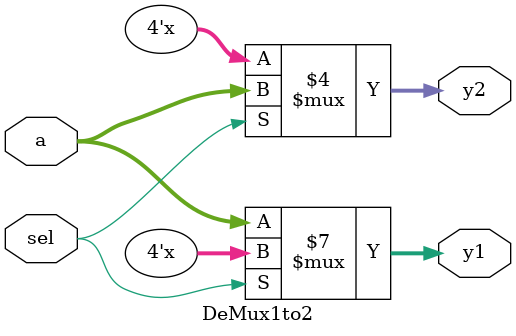
<source format=v>
module DeMux1to2(a,sel,y1,y2);
input [3:0] a;
input sel;
output reg [3:0] y1,y2;
always @(sel or a)
begin 
if(sel==0)
begin 
y1<=a;
end 
else 
begin 
y2<=a;
end
end 
endmodule 
</source>
